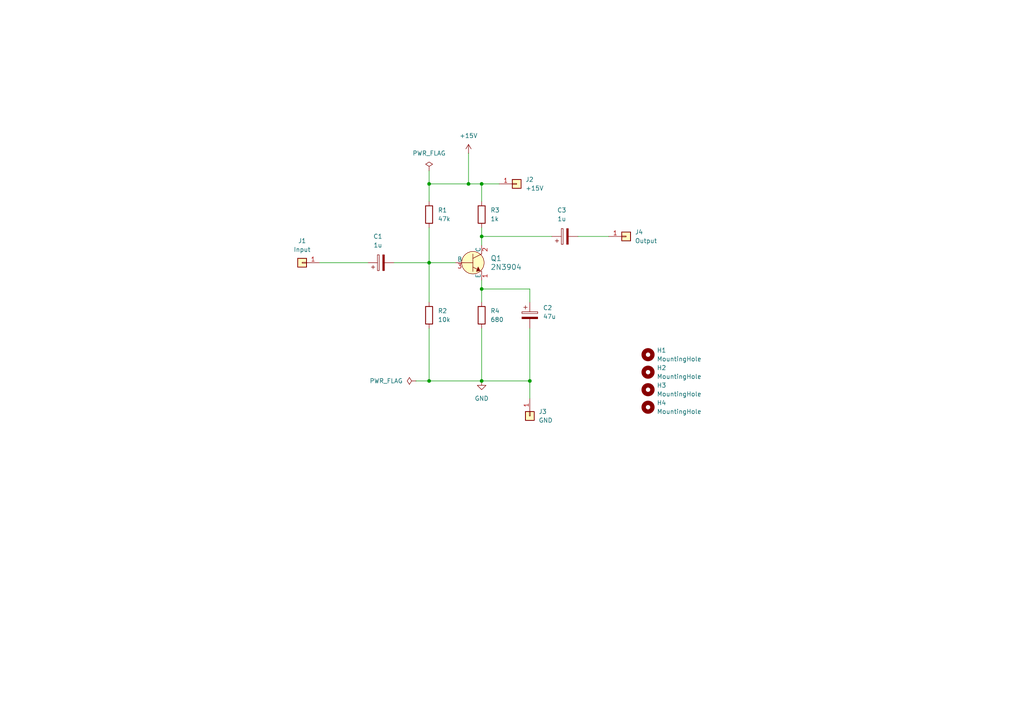
<source format=kicad_sch>
(kicad_sch (version 20250114) (generator "eeschema") (generator_version "9.0")
  (paper "A4")
  (title_block (title "ejercicio 2 amplificador npn audio") (rev "v0.1") (company "la mia"))
  (lib_symbols
    (symbol "Connector_Generic:Conn_01x01" (pin_names (offset 1.016) (hide yes))
      (property "Reference" "J" (at 0 2.54 0))
      (property "Value" "Conn_01x01" (at 0 -2.54 0))
      (symbol "Conn_01x01_1_1"
        (rectangle (start -1.27 1.27) (end 1.27 -1.27) (stroke (width 0.254)) (fill (type background)))
        (rectangle (start -1.27 0.127) (end 0 -0.127) (stroke (width 0.1524)))
        (pin passive line (at -5.08 0 0) (length 3.81) (name "Pin_1") (number "1"))
      )
    )
    (symbol "Device:C_Polarized" (pin_numbers (hide yes)) (pin_names (offset 0.254))
      (property "Reference" "C" (at 0.635 2.54 0))
      (property "Value" "C_Polarized" (at 0.635 -2.54 0))
      (symbol "C_Polarized_0_1"
        (rectangle (start -2.286 0.508) (end 2.286 1.016))
        (polyline (pts (xy -1.778 2.286) (xy -0.762 2.286)))
        (polyline (pts (xy -1.27 2.794) (xy -1.27 1.778)))
        (rectangle (start 2.286 -0.508) (end -2.286 -1.016) (fill (type outline)))
      )
      (symbol "C_Polarized_1_1"
        (pin passive line (at 0 3.81 270) (length 2.794) (name "~") (number "1"))
        (pin passive line (at 0 -3.81 90) (length 2.794) (name "~") (number "2"))
      )
    )
    (symbol "Device:R" (pin_numbers (hide yes)) (pin_names (offset 0))
      (property "Reference" "R" (at 2.032 0 90))
      (property "Value" "R" (at 0 0 90))
      (symbol "R_0_1"
        (rectangle (start -1.016 -2.54) (end 1.016 2.54) (stroke (width 0.254)))
      )
      (symbol "R_1_1"
        (pin passive line (at 0 3.81 270) (length 1.27) (name "~") (number "1"))
        (pin passive line (at 0 -3.81 90) (length 1.27) (name "~") (number "2"))
      )
    )
    (symbol "Mechanical:MountingHole" (pin_names (offset 1.016)) (in_bom no)
      (property "Reference" "H" (at 0 5.08 0))
      (property "Value" "MountingHole" (at 0 3.175 0))
      (symbol "MountingHole_0_1"
        (circle (center 0 0) (radius 1.27) (stroke (width 1.27)))
      )
    )
    (symbol "dk_Transistors-Bipolar-BJT-Single:2N3904" (pin_names (offset 0))
      (property "Reference" "Q" (at -3.2004 4.2164 0))
      (property "Value" "2N3904" (at 5.2324 0 90))
      (symbol "2N3904_0_1"
        (polyline (pts (xy -3.81 0) (xy -2.54 0)))
        (polyline (pts (xy -3.556 0) (xy 0 0)))
        (polyline (pts (xy 0 2.54) (xy 0 -2.54)))
        (polyline (pts (xy 0 1.27) (xy 2.54 2.54)))
        (circle (center 0 0) (radius 3.2512) (fill (type background)))
        (polyline (pts (xy 0 -1.27) (xy 2.54 -2.54)))
        (polyline (pts (xy 1.524 -1.27) (xy 2.032 -2.286) (xy 1.016 -2.54) (xy 1.524 -1.27)) (fill (type outline)))
      )
      (symbol "2N3904_1_1"
        (pin input line (at -5.08 0 0) (length 2.54) (name "B") (number "3"))
        (pin passive line (at 2.54 5.08 270) (length 2.54) (name "C") (number "2"))
        (pin passive line (at 2.54 -5.08 90) (length 2.54) (name "E") (number "1"))
      )
    )
    (symbol "power:+15V" (power) (pin_numbers (hide yes)) (pin_names (offset 0) (hide yes))
      (property "Value" "+15V" (at 0 3.556 0))
      (symbol "+15V_0_1"
        (polyline (pts (xy -0.762 1.27) (xy 0 2.54)))
        (polyline (pts (xy 0 2.54) (xy 0.762 1.27)))
        (polyline (pts (xy 0 0) (xy 0 2.54)))
      )
      (symbol "+15V_1_1"
        (pin power_in line (at 0 0 90) (length 0) (name "~") (number "1"))
      )
    )
    (symbol "power:GND" (power) (pin_numbers (hide yes)) (pin_names (offset 0) (hide yes))
      (property "Value" "GND" (at 0 -3.81 0))
      (symbol "GND_0_1"
        (polyline (pts (xy 0 0) (xy 0 -1.27) (xy 1.27 -1.27) (xy 0 -2.54) (xy -1.27 -1.27) (xy 0 -1.27)))
      )
      (symbol "GND_1_1"
        (pin power_in line (at 0 0 270) (length 0) (name "~") (number "1"))
      )
    )
    (symbol "power:PWR_FLAG" (power) (pin_numbers (hide yes)) (pin_names (offset 0) (hide yes))
      (property "Value" "PWR_FLAG" (at 0 3.81 0))
      (symbol "PWR_FLAG_0_0"
        (pin power_out line (at 0 0 90) (length 0) (name "~") (number "1"))
      )
      (symbol "PWR_FLAG_0_1"
        (polyline (pts (xy 0 0) (xy 0 1.27) (xy -1.016 1.905) (xy 0 2.54) (xy 1.016 1.905) (xy 0 1.27)))
      )
    )
  )
  (junction (at 139.7 110.49))
  (junction (at 135.89 53.34))
  (junction (at 139.7 68.58))
  (junction (at 124.46 110.49))
  (junction (at 153.67 110.49))
  (junction (at 124.46 53.34))
  (junction (at 139.7 53.34))
  (junction (at 124.46 76.2))
  (junction (at 139.7 83.82))
  (wire (pts (xy 124.46 76.2) (xy 132.08 76.2)))
  (wire (pts (xy 153.67 87.63) (xy 153.67 83.82)))
  (wire (pts (xy 124.46 53.34) (xy 135.89 53.34)))
  (wire (pts (xy 139.7 68.58) (xy 160.02 68.58)))
  (wire (pts (xy 124.46 66.04) (xy 124.46 76.2)))
  (wire (pts (xy 153.67 83.82) (xy 139.7 83.82)))
  (wire (pts (xy 139.7 110.49) (xy 153.67 110.49)))
  (wire (pts (xy 135.89 44.45) (xy 135.89 53.34)))
  (wire (pts (xy 139.7 68.58) (xy 139.7 71.12)))
  (wire (pts (xy 167.64 68.58) (xy 176.53 68.58)))
  (wire (pts (xy 153.67 95.25) (xy 153.67 110.49)))
  (wire (pts (xy 153.67 110.49) (xy 153.67 115.57)))
  (wire (pts (xy 135.89 53.34) (xy 139.7 53.34)))
  (wire (pts (xy 92.71 76.2) (xy 106.68 76.2)))
  (wire (pts (xy 139.7 95.25) (xy 139.7 110.49)))
  (wire (pts (xy 139.7 81.28) (xy 139.7 83.82)))
  (wire (pts (xy 124.46 58.42) (xy 124.46 53.34)))
  (wire (pts (xy 124.46 110.49) (xy 139.7 110.49)))
  (wire (pts (xy 139.7 66.04) (xy 139.7 68.58)))
  (wire (pts (xy 139.7 53.34) (xy 144.78 53.34)))
  (wire (pts (xy 124.46 76.2) (xy 124.46 87.63)))
  (wire (pts (xy 139.7 83.82) (xy 139.7 87.63)))
  (wire (pts (xy 124.46 49.53) (xy 124.46 53.34)))
  (wire (pts (xy 114.3 76.2) (xy 124.46 76.2)))
  (wire (pts (xy 124.46 95.25) (xy 124.46 110.49)))
  (wire (pts (xy 120.65 110.49) (xy 124.46 110.49)))
  (wire (pts (xy 139.7 53.34) (xy 139.7 58.42)))
  (symbol (lib_id "Device:R") (at 139.7 62.23 0) (unit 1)
    (property "Reference" "R3" (at 142.24 60.9599 0) (effects (justify left)))
    (property "Value" "1k" (at 142.24 63.4999 0) (effects (justify left)))
    (property "Footprint" "Resistor_THT:R_Axial_DIN0207_L6.3mm_D2.5mm_P2.54mm_Vertical" (effects (hide yes)))
    (property "Description" "Resistor" (effects (hide yes)))
  )
  (symbol (lib_id "Mechanical:MountingHole") (at 187.96 118.11 0) (unit 1) (in_bom no)
    (property "Reference" "H4" (at 190.5 116.8399 0) (effects (justify left)))
    (property "Value" "MountingHole" (at 190.5 119.3799 0) (effects (justify left)))
    (property "Footprint" "MountingHole:MountingHole_2.5mm_Pad" (effects (hide yes)))
    (property "Description" "Mounting Hole without connection" (effects (hide yes)))
  )
  (symbol (lib_id "Connector_Generic:Conn_01x01") (at 87.63 76.2 180) (unit 1)
    (property "Reference" "J1" (at 87.63 69.85 0))
    (property "Value" "Input" (at 87.63 72.39 0))
    (property "Footprint" "Connector_PinHeader_2.54mm:PinHeader_1x01_P2.54mm_Vertical" (effects (hide yes)))
    (property "Description" "Generic connector, single row, 01x01, script generated (kicad-library-utils/schlib/autogen/connector/)" (effects (hide yes)))
  )
  (symbol (lib_id "power:+15V") (at 135.89 44.45 0) (unit 1)
    (property "Reference" "#PWR01" (effects (hide yes)))
    (property "Value" "+15V" (at 135.89 39.37 0))
    (property "Description" "Power symbol creates a global label with name \"+15V\"" (effects (hide yes)))
  )
  (symbol (lib_id "Mechanical:MountingHole") (at 187.96 107.95 0) (unit 1) (in_bom no)
    (property "Reference" "H2" (at 190.5 106.6799 0) (effects (justify left)))
    (property "Value" "MountingHole" (at 190.5 109.2199 0) (effects (justify left)))
    (property "Footprint" "MountingHole:MountingHole_2.5mm_Pad" (effects (hide yes)))
    (property "Description" "Mounting Hole without connection" (effects (hide yes)))
  )
  (symbol (lib_id "Device:C_Polarized") (at 110.49 76.2 90) (unit 1)
    (property "Reference" "C1" (at 109.601 68.58 90))
    (property "Value" "1u" (at 109.601 71.12 90))
    (property "Footprint" "Capacitor_THT:CP_Radial_D7.5mm_P2.50mm" (effects (hide yes)))
    (property "Description" "Polarized capacitor" (effects (hide yes)))
  )
  (symbol (lib_id "Device:R") (at 124.46 62.23 0) (unit 1)
    (property "Reference" "R1" (at 127 60.9599 0) (effects (justify left)))
    (property "Value" "47k" (at 127 63.4999 0) (effects (justify left)))
    (property "Footprint" "Resistor_THT:R_Axial_DIN0207_L6.3mm_D2.5mm_P2.54mm_Vertical" (effects (hide yes)))
    (property "Description" "Resistor" (effects (hide yes)))
    (property "MFN" "Mouser" (effects (hide yes)))
    (property "MFR" "HDM14JT1K00" (effects (hide yes)))
  )
  (symbol (lib_id "Device:C_Polarized") (at 153.67 91.44 0) (unit 1)
    (property "Reference" "C2" (at 157.48 89.2809 0) (effects (justify left)))
    (property "Value" "47u" (at 157.48 91.8209 0) (effects (justify left)))
    (property "Footprint" "Capacitor_THT:CP_Radial_D7.5mm_P2.50mm" (effects (hide yes)))
    (property "Description" "Polarized capacitor" (effects (hide yes)))
  )
  (symbol (lib_id "power:GND") (at 139.7 110.49 0) (unit 1)
    (property "Reference" "#PWR02" (effects (hide yes)))
    (property "Value" "GND" (at 139.7 115.57 0))
    (property "Description" "Power symbol creates a global label with name \"GND\" , ground" (effects (hide yes)))
  )
  (symbol (lib_id "Connector_Generic:Conn_01x01") (at 149.86 53.34 0) (unit 1)
    (property "Reference" "J2" (at 152.4 52.0699 0) (effects (justify left)))
    (property "Value" "+15V" (at 152.4 54.6099 0) (effects (justify left)))
    (property "Footprint" "Connector_PinHeader_2.54mm:PinHeader_1x01_P2.54mm_Vertical" (effects (hide yes)))
    (property "Description" "Generic connector, single row, 01x01, script generated (kicad-library-utils/schlib/autogen/connector/)" (effects (hide yes)))
  )
  (symbol (lib_id "Device:R") (at 139.7 91.44 0) (unit 1)
    (property "Reference" "R4" (at 142.24 90.1699 0) (effects (justify left)))
    (property "Value" "680" (at 142.24 92.7099 0) (effects (justify left)))
    (property "Footprint" "Resistor_THT:R_Axial_DIN0207_L6.3mm_D2.5mm_P2.54mm_Vertical" (effects (hide yes)))
    (property "Description" "Resistor" (effects (hide yes)))
  )
  (symbol (lib_id "Mechanical:MountingHole") (at 187.96 113.03 0) (unit 1) (in_bom no)
    (property "Reference" "H3" (at 190.5 111.7599 0) (effects (justify left)))
    (property "Value" "MountingHole" (at 190.5 114.2999 0) (effects (justify left)))
    (property "Footprint" "MountingHole:MountingHole_2.5mm_Pad" (effects (hide yes)))
    (property "Description" "Mounting Hole without connection" (effects (hide yes)))
  )
  (symbol (lib_id "power:PWR_FLAG") (at 120.65 110.49 90) (unit 1)
    (property "Reference" "#FLG02" (effects (hide yes)))
    (property "Value" "PWR_FLAG" (at 116.84 110.4899 90) (effects (justify left)))
    (property "Description" "Special symbol for telling ERC where power comes from" (effects (hide yes)))
  )
  (symbol (lib_id "Mechanical:MountingHole") (at 187.96 102.87 0) (unit 1) (in_bom no)
    (property "Reference" "H1" (at 190.5 101.5999 0) (effects (justify left)))
    (property "Value" "MountingHole" (at 190.5 104.1399 0) (effects (justify left)))
    (property "Footprint" "MountingHole:MountingHole_2.5mm_Pad" (effects (hide yes)))
    (property "Description" "Mounting Hole without connection" (effects (hide yes)))
  )
  (symbol (lib_id "Connector_Generic:Conn_01x01") (at 181.61 68.58 0) (unit 1)
    (property "Reference" "J4" (at 184.15 67.3099 0) (effects (justify left)))
    (property "Value" "Output" (at 184.15 69.8499 0) (effects (justify left)))
    (property "Footprint" "Connector_PinHeader_2.54mm:PinHeader_1x01_P2.54mm_Vertical" (effects (hide yes)))
    (property "Description" "Generic connector, single row, 01x01, script generated (kicad-library-utils/schlib/autogen/connector/)" (effects (hide yes)))
  )
  (symbol (lib_id "power:PWR_FLAG") (at 124.46 49.53 0) (unit 1)
    (property "Reference" "#FLG01" (effects (hide yes)))
    (property "Value" "PWR_FLAG" (at 124.46 44.45 0))
    (property "Description" "Special symbol for telling ERC where power comes from" (effects (hide yes)))
  )
  (symbol (lib_id "Connector_Generic:Conn_01x01") (at 153.67 120.65 270) (unit 1)
    (property "Reference" "J3" (at 156.21 119.3799 90) (effects (justify left)))
    (property "Value" "GND" (at 156.21 121.9199 90) (effects (justify left)))
    (property "Footprint" "Connector_PinHeader_2.54mm:PinHeader_1x01_P2.54mm_Vertical" (effects (hide yes)))
    (property "Description" "Generic connector, single row, 01x01, script generated (kicad-library-utils/schlib/autogen/connector/)" (effects (hide yes)))
  )
  (symbol (lib_id "Device:C_Polarized") (at 163.83 68.58 90) (unit 1)
    (property "Reference" "C3" (at 162.941 60.96 90))
    (property "Value" "1u" (at 162.941 63.5 90))
    (property "Footprint" "Capacitor_THT:CP_Radial_D7.5mm_P2.50mm" (effects (hide yes)))
    (property "Description" "Polarized capacitor" (effects (hide yes)))
  )
  (symbol (lib_id "dk_Transistors-Bipolar-BJT-Single:2N3904") (at 137.16 76.2 0) (unit 1)
    (property "Reference" "Q1" (at 142.24 74.9299 0) (effects (font (size 1.524 1.524)) (justify left)))
    (property "Value" "2N3904" (at 142.24 77.4699 0) (effects (font (size 1.524 1.524)) (justify left)))
    (property "Footprint" "Package_TO_SOT_THT:TO-92L_Inline" (effects (hide yes)))
    (property "Datasheet" "https://my.centralsemi.com/get_document.php?cmp=1&mergetype=pd&mergepath=pd&pdf_id=LSSGP072.PDF" (effects (hide yes)))
    (property "Description" "TRANS NPN 40V TO-92" (effects (hide yes)))
    (property "Digi-Key_PN" "2N3904CS-ND" (effects (hide yes)))
    (property "MPN" "2N3904" (effects (hide yes)))
    (property "Category" "Discrete Semiconductor Products" (effects (hide yes)))
    (property "Family" "Transistors - Bipolar (BJT) - Single" (effects (hide yes)))
    (property "DK_Datasheet_Link" "https://my.centralsemi.com/get_document.php?cmp=1&mergetype=pd&mergepath=pd&pdf_id=LSSGP072.PDF" (effects (hide yes)))
    (property "DK_Detail_Page" "/product-detail/en/central-semiconductor-corp/2N3904/2N3904CS-ND/4806876" (effects (hide yes)))
    (property "Description_1" "TRANS NPN 40V TO-92" (effects (hide yes)))
    (property "Manufacturer" "Central Semiconductor Corp" (effects (hide yes)))
    (property "Status" "Active" (effects (hide yes)))
  )
  (symbol (lib_id "Device:R") (at 124.46 91.44 0) (unit 1)
    (property "Reference" "R2" (at 127 90.1699 0) (effects (justify left)))
    (property "Value" "10k" (at 127 92.7099 0) (effects (justify left)))
    (property "Footprint" "Resistor_THT:R_Axial_DIN0207_L6.3mm_D2.5mm_P2.54mm_Vertical" (effects (hide yes)))
    (property "Description" "Resistor" (effects (hide yes)))
  )
)
</source>
